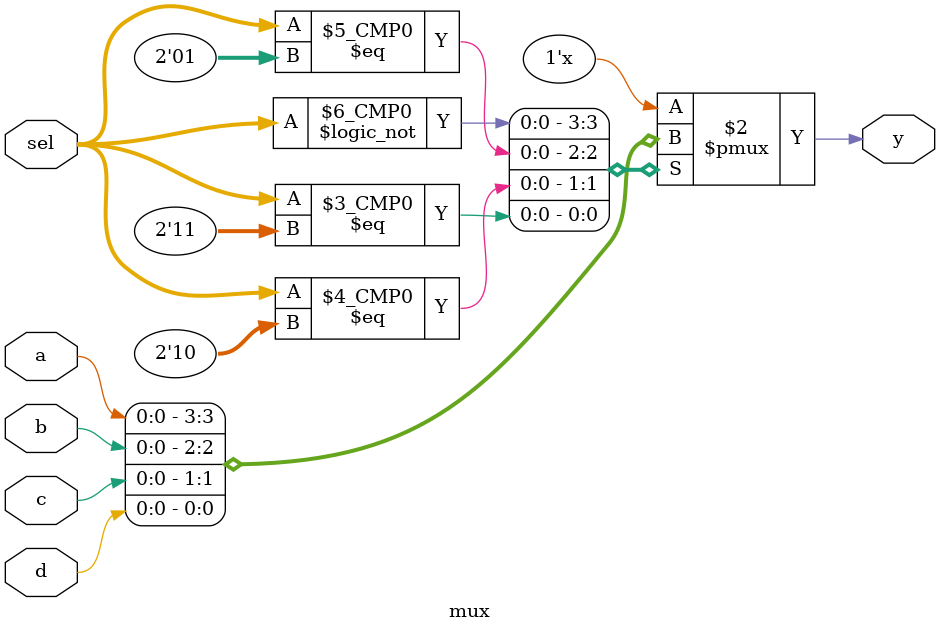
<source format=v>
module mux(a,b,c,d,sel,y);

input a,b,c,d;
input [1:0] sel;
output y;

reg y;

always @(a or b or c or d or sel)
  case (sel)
    0: y = a;
    1: y = b;
    2: y = c;
    3: y = d;
    default: $display("Error in SEL");
  endcase

endmodule
</source>
